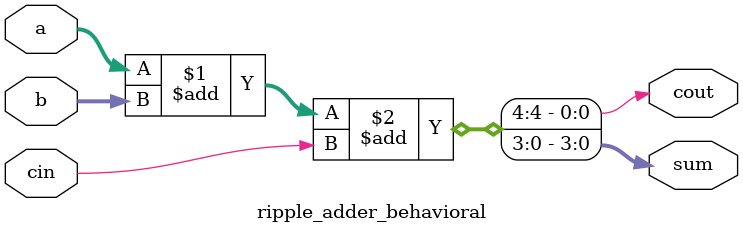
<source format=v>
module ripple_adder_behavioral(
    input [3:0] a,
    input [3:0] b,
    input cin, 
    output [3:0] sum, 
    output cout
);

    assign {cout, sum} = a + b + cin; 
endmodule
</source>
